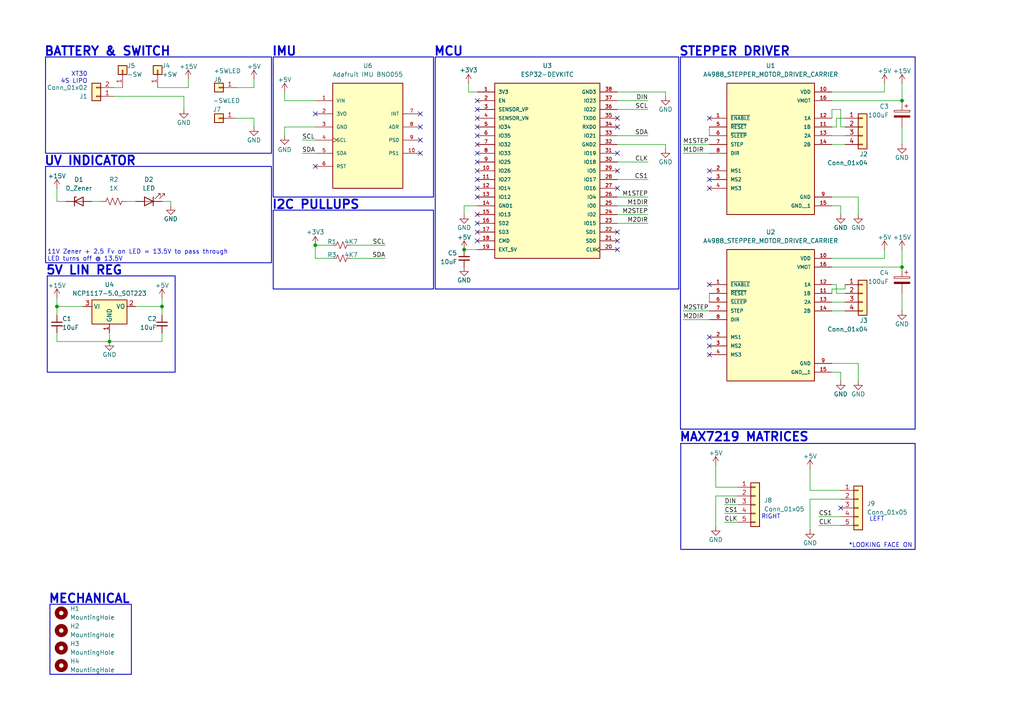
<source format=kicad_sch>
(kicad_sch (version 20231120) (generator "eeschema") (generator_version "8.0")
  (paper "A4")
  (title_block (title "SBR2") (date "2024-09-15") (rev "2.1") (company "Robonyx") (comment 1 "H.M.PHAN"))
  (lib_symbols
    (symbol "A4988_STEPPER_MOTOR_DRIVER_CARRIER:A4988_STEPPER_MOTOR_DRIVER_CARRIER" (pin_names (offset 1.016))
      (property "Reference" "U" (at -12.7 19.05 0))
      (property "Value" "A4988_STEPPER_MOTOR_DRIVER_CARRIER" (at -12.7 -24.13 0))
      (symbol "A4988_STEPPER_MOTOR_DRIVER_CARRIER_0_0"
        (rectangle (start -12.7 -20.32) (end 12.7 17.78) (stroke (width 0.254)) (fill (type background)))
        (pin input line (at -17.78 7.62 0) (length 5.08) (name "~{ENABLE}") (number "1"))
        (pin power_in line (at 17.78 15.24 180) (length 5.08) (name "VDD") (number "10"))
        (pin output line (at 17.78 5.08 180) (length 5.08) (name "1B") (number "11"))
        (pin output line (at 17.78 7.62 180) (length 5.08) (name "1A") (number "12"))
        (pin output line (at 17.78 2.54 180) (length 5.08) (name "2A") (number "13"))
        (pin output line (at 17.78 0 180) (length 5.08) (name "2B") (number "14"))
        (pin power_in line (at 17.78 -17.78 180) (length 5.08) (name "GND__1") (number "15"))
        (pin power_in line (at 17.78 12.7 180) (length 5.08) (name "VMOT") (number "16"))
        (pin input line (at -17.78 -7.62 0) (length 5.08) (name "MS1") (number "2"))
        (pin input line (at -17.78 -10.16 0) (length 5.08) (name "MS2") (number "3"))
        (pin input line (at -17.78 -12.7 0) (length 5.08) (name "MS3") (number "4"))
        (pin input line (at -17.78 5.08 0) (length 5.08) (name "~{RESET}") (number "5"))
        (pin input line (at -17.78 2.54 0) (length 5.08) (name "~{SLEEP}") (number "6"))
        (pin input line (at -17.78 0 0) (length 5.08) (name "STEP") (number "7"))
        (pin input line (at -17.78 -2.54 0) (length 5.08) (name "DIR") (number "8"))
        (pin power_in line (at 17.78 -15.24 180) (length 5.08) (name "GND") (number "9"))
      )
    )
    (symbol "Adafruit IMU BNO055:Adafruit IMU BNO055" (pin_names (offset 1.016))
      (property "Reference" "U" (at -10.16 14.732 0))
      (property "Value" "Adafruit IMU BNO055" (at -10.16 -19.05 0))
      (symbol "Adafruit IMU BNO055_0_0"
        (rectangle (start -10.16 13.97) (end 10.16 -16.51) (stroke (width 0.254)) (fill (type background)))
      )
      (symbol "Adafruit IMU BNO055_1_0"
        (pin input line (at -15.24 8.89 0) (length 5.08) (name "VIN") (number "1"))
        (pin bidirectional line (at 15.24 -6.35 180) (length 5.08) (name "PS1") (number "10"))
        (pin output line (at -15.24 5.08 0) (length 5.08) (name "3VO") (number "2"))
        (pin power_in line (at -15.24 1.27 0) (length 5.08) (name "GND") (number "3"))
        (pin bidirectional clock (at -15.24 -2.54 0) (length 5.08) (name "SCL") (number "4"))
        (pin bidirectional line (at -15.24 -6.35 0) (length 5.08) (name "SDA") (number "5"))
        (pin input line (at -15.24 -10.16 0) (length 5.08) (name "RST") (number "6"))
        (pin output line (at 15.24 5.08 180) (length 5.08) (name "INT") (number "7"))
        (pin bidirectional line (at 15.24 1.27 180) (length 5.08) (name "ADR") (number "8"))
        (pin output line (at 15.24 -2.54 180) (length 5.08) (name "PS0") (number "9"))
      )
    )
    (symbol "Connector_Generic:Conn_01x02" (pin_names (offset 1.016) hide)
      (property "Reference" "J" (at 0 2.54 0))
      (property "Value" "Conn_01x02" (at 0 -5.08 0))
      (symbol "Conn_01x02_1_1"
        (rectangle (start -1.27 -2.413) (end 0 -2.667) (stroke (width 0.1524)))
        (rectangle (start -1.27 0.127) (end 0 -0.127) (stroke (width 0.1524)))
        (rectangle (start -1.27 1.27) (end 1.27 -3.81) (stroke (width 0.254)) (fill (type background)))
        (pin passive line (at -5.08 0 0) (length 3.81) (name "Pin_1") (number "1"))
        (pin passive line (at -5.08 -2.54 0) (length 3.81) (name "Pin_2") (number "2"))
      )
    )
    (symbol "Connector_Generic:Conn_01x04" (pin_names (offset 1.016) hide)
      (property "Reference" "J" (at 0 5.08 0))
      (property "Value" "Conn_01x04" (at 0 -7.62 0))
      (symbol "Conn_01x04_1_1"
        (rectangle (start -1.27 -4.953) (end 0 -5.207) (stroke (width 0.1524)))
        (rectangle (start -1.27 -2.413) (end 0 -2.667) (stroke (width 0.1524)))
        (rectangle (start -1.27 0.127) (end 0 -0.127) (stroke (width 0.1524)))
        (rectangle (start -1.27 2.667) (end 0 2.413) (stroke (width 0.1524)))
        (rectangle (start -1.27 3.81) (end 1.27 -6.35) (stroke (width 0.254)) (fill (type background)))
        (pin passive line (at -5.08 2.54 0) (length 3.81) (name "Pin_1") (number "1"))
        (pin passive line (at -5.08 0 0) (length 3.81) (name "Pin_2") (number "2"))
        (pin passive line (at -5.08 -2.54 0) (length 3.81) (name "Pin_3") (number "3"))
        (pin passive line (at -5.08 -5.08 0) (length 3.81) (name "Pin_4") (number "4"))
      )
    )
    (symbol "Connector_Generic:Conn_01x05" (pin_names (offset 1.016) hide)
      (property "Reference" "J" (at 0 7.62 0))
      (property "Value" "Conn_01x05" (at 0 -7.62 0))
      (symbol "Conn_01x05_1_1"
        (rectangle (start -1.27 -4.953) (end 0 -5.207) (stroke (width 0.1524)))
        (rectangle (start -1.27 -2.413) (end 0 -2.667) (stroke (width 0.1524)))
        (rectangle (start -1.27 0.127) (end 0 -0.127) (stroke (width 0.1524)))
        (rectangle (start -1.27 2.667) (end 0 2.413) (stroke (width 0.1524)))
        (rectangle (start -1.27 5.207) (end 0 4.953) (stroke (width 0.1524)))
        (rectangle (start -1.27 6.35) (end 1.27 -6.35) (stroke (width 0.254)) (fill (type background)))
        (pin passive line (at -5.08 5.08 0) (length 3.81) (name "Pin_1") (number "1"))
        (pin passive line (at -5.08 2.54 0) (length 3.81) (name "Pin_2") (number "2"))
        (pin passive line (at -5.08 0 0) (length 3.81) (name "Pin_3") (number "3"))
        (pin passive line (at -5.08 -2.54 0) (length 3.81) (name "Pin_4") (number "4"))
        (pin passive line (at -5.08 -5.08 0) (length 3.81) (name "Pin_5") (number "5"))
      )
    )
    (symbol "Device:C_Polarized" (pin_numbers hide) (pin_names (offset 0.254))
      (property "Reference" "C" (at 0.635 2.54 0))
      (property "Value" "C_Polarized" (at 0.635 -2.54 0))
      (symbol "C_Polarized_0_1"
        (rectangle (start -2.286 0.508) (end 2.286 1.016))
        (polyline (pts (xy -1.778 2.286) (xy -0.762 2.286)))
        (polyline (pts (xy -1.27 2.794) (xy -1.27 1.778)))
        (rectangle (start 2.286 -0.508) (end -2.286 -1.016) (fill (type outline)))
      )
      (symbol "C_Polarized_1_1"
        (pin passive line (at 0 3.81 270) (length 2.794) (name "~") (number "1"))
        (pin passive line (at 0 -3.81 90) (length 2.794) (name "~") (number "2"))
      )
    )
    (symbol "Device:C_Small" (pin_numbers hide) (pin_names (offset 0.254) hide)
      (property "Reference" "C" (at 0.254 1.778 0))
      (property "Value" "C_Small" (at 0.254 -2.032 0))
      (symbol "C_Small_0_1"
        (polyline (pts (xy -1.524 -0.508) (xy 1.524 -0.508)) (stroke (width 0.3302)))
        (polyline (pts (xy -1.524 0.508) (xy 1.524 0.508)) (stroke (width 0.3048)))
      )
      (symbol "C_Small_1_1"
        (pin passive line (at 0 2.54 270) (length 2.032) (name "~") (number "1"))
        (pin passive line (at 0 -2.54 90) (length 2.032) (name "~") (number "2"))
      )
    )
    (symbol "Device:D_Zener" (pin_numbers hide) (pin_names (offset 1.016) hide)
      (property "Reference" "D" (at 0 2.54 0))
      (property "Value" "D_Zener" (at 0 -2.54 0))
      (symbol "D_Zener_0_1"
        (polyline (pts (xy 1.27 0) (xy -1.27 0)))
        (polyline (pts (xy -1.27 -1.27) (xy -1.27 1.27) (xy -0.762 1.27)) (stroke (width 0.254)))
        (polyline (pts (xy 1.27 -1.27) (xy 1.27 1.27) (xy -1.27 0) (xy 1.27 -1.27)) (stroke (width 0.254)))
      )
      (symbol "D_Zener_1_1"
        (pin passive line (at -3.81 0 0) (length 2.54) (name "K") (number "1"))
        (pin passive line (at 3.81 0 180) (length 2.54) (name "A") (number "2"))
      )
    )
    (symbol "Device:LED" (pin_numbers hide) (pin_names (offset 1.016) hide)
      (property "Reference" "D" (at 0 2.54 0))
      (property "Value" "LED" (at 0 -2.54 0))
      (symbol "LED_0_1"
        (polyline (pts (xy -1.27 -1.27) (xy -1.27 1.27)) (stroke (width 0.254)))
        (polyline (pts (xy -1.27 0) (xy 1.27 0)))
        (polyline (pts (xy 1.27 -1.27) (xy 1.27 1.27) (xy -1.27 0) (xy 1.27 -1.27)) (stroke (width 0.254)))
        (polyline (pts (xy -3.048 -0.762) (xy -4.572 -2.286) (xy -3.81 -2.286) (xy -4.572 -2.286) (xy -4.572 -1.524)))
        (polyline (pts (xy -1.778 -0.762) (xy -3.302 -2.286) (xy -2.54 -2.286) (xy -3.302 -2.286) (xy -3.302 -1.524)))
      )
      (symbol "LED_1_1"
        (pin passive line (at -3.81 0 0) (length 2.54) (name "K") (number "1"))
        (pin passive line (at 3.81 0 180) (length 2.54) (name "A") (number "2"))
      )
    )
    (symbol "Device:R_Small_US" (pin_numbers hide) (pin_names (offset 0.254) hide)
      (property "Reference" "R" (at 0.762 0.508 0))
      (property "Value" "R_Small_US" (at 0.762 -1.016 0))
      (symbol "R_Small_US_1_1"
        (polyline (pts (xy 0 0) (xy 1.016 -0.381) (xy 0 -0.762) (xy -1.016 -1.143) (xy 0 -1.524)))
        (polyline (pts (xy 0 1.524) (xy 1.016 1.143) (xy 0 0.762) (xy -1.016 0.381) (xy 0 0)))
        (pin passive line (at 0 2.54 270) (length 1.016) (name "~") (number "1"))
        (pin passive line (at 0 -2.54 90) (length 1.016) (name "~") (number "2"))
      )
    )
    (symbol "Device:R_US" (pin_numbers hide) (pin_names (offset 0))
      (property "Reference" "R" (at 2.54 0 90))
      (property "Value" "R_US" (at -2.54 0 90))
      (symbol "R_US_0_1"
        (polyline (pts (xy 0 -2.286) (xy 0 -2.54)))
        (polyline (pts (xy 0 2.286) (xy 0 2.54)))
        (polyline (pts (xy 0 -0.762) (xy 1.016 -1.143) (xy 0 -1.524) (xy -1.016 -1.905) (xy 0 -2.286)))
        (polyline (pts (xy 0 0.762) (xy 1.016 0.381) (xy 0 0) (xy -1.016 -0.381) (xy 0 -0.762)))
        (polyline (pts (xy 0 2.286) (xy 1.016 1.905) (xy 0 1.524) (xy -1.016 1.143) (xy 0 0.762)))
      )
      (symbol "R_US_1_1"
        (pin passive line (at 0 3.81 270) (length 1.27) (name "~") (number "1"))
        (pin passive line (at 0 -3.81 90) (length 1.27) (name "~") (number "2"))
      )
    )
    (symbol "ESP32-DEVKITC:ESP32-DEVKITC" (pin_names (offset 1.016))
      (property "Reference" "U" (at -15.2572 26.0643 0))
      (property "Value" "ESP32-DEVKITC" (at -15.2563 -27.9698 0))
      (symbol "ESP32-DEVKITC_0_0"
        (rectangle (start -15.24 -25.4) (end 15.24 25.4) (stroke (width 0.254)) (fill (type background)))
        (pin power_in line (at -20.32 22.86 0) (length 5.08) (name "3V3") (number "1"))
        (pin bidirectional line (at -20.32 0 0) (length 5.08) (name "IO26") (number "10"))
        (pin bidirectional line (at -20.32 -2.54 0) (length 5.08) (name "IO27") (number "11"))
        (pin bidirectional line (at -20.32 -5.08 0) (length 5.08) (name "IO14") (number "12"))
        (pin bidirectional line (at -20.32 -7.62 0) (length 5.08) (name "IO12") (number "13"))
        (pin power_in line (at -20.32 -10.16 0) (length 5.08) (name "GND1") (number "14"))
        (pin bidirectional line (at -20.32 -12.7 0) (length 5.08) (name "IO13") (number "15"))
        (pin bidirectional line (at -20.32 -15.24 0) (length 5.08) (name "SD2") (number "16"))
        (pin bidirectional line (at -20.32 -17.78 0) (length 5.08) (name "SD3") (number "17"))
        (pin bidirectional line (at -20.32 -20.32 0) (length 5.08) (name "CMD") (number "18"))
        (pin power_in line (at -20.32 -22.86 0) (length 5.08) (name "EXT_5V") (number "19"))
        (pin input line (at -20.32 20.32 0) (length 5.08) (name "EN") (number "2"))
        (pin input clock (at 20.32 -22.86 180) (length 5.08) (name "CLK") (number "20"))
        (pin bidirectional line (at 20.32 -20.32 180) (length 5.08) (name "SD0") (number "21"))
        (pin bidirectional line (at 20.32 -17.78 180) (length 5.08) (name "SD1") (number "22"))
        (pin bidirectional line (at 20.32 -15.24 180) (length 5.08) (name "IO15") (number "23"))
        (pin bidirectional line (at 20.32 -12.7 180) (length 5.08) (name "IO2") (number "24"))
        (pin bidirectional line (at 20.32 -10.16 180) (length 5.08) (name "IO0") (number "25"))
        (pin bidirectional line (at 20.32 -7.62 180) (length 5.08) (name "IO4") (number "26"))
        (pin bidirectional line (at 20.32 -5.08 180) (length 5.08) (name "IO16") (number "27"))
        (pin bidirectional line (at 20.32 -2.54 180) (length 5.08) (name "IO17") (number "28"))
        (pin bidirectional line (at 20.32 0 180) (length 5.08) (name "IO5") (number "29"))
        (pin input line (at -20.32 17.78 0) (length 5.08) (name "SENSOR_VP") (number "3"))
        (pin bidirectional line (at 20.32 2.54 180) (length 5.08) (name "IO18") (number "30"))
        (pin bidirectional line (at 20.32 5.08 180) (length 5.08) (name "IO19") (number "31"))
        (pin power_in line (at 20.32 7.62 180) (length 5.08) (name "GND2") (number "32"))
        (pin bidirectional line (at 20.32 10.16 180) (length 5.08) (name "IO21") (number "33"))
        (pin input line (at 20.32 12.7 180) (length 5.08) (name "RXD0") (number "34"))
        (pin output line (at 20.32 15.24 180) (length 5.08) (name "TXD0") (number "35"))
        (pin bidirectional line (at 20.32 17.78 180) (length 5.08) (name "IO22") (number "36"))
        (pin bidirectional line (at 20.32 20.32 180) (length 5.08) (name "IO23") (number "37"))
        (pin power_in line (at 20.32 22.86 180) (length 5.08) (name "GND3") (number "38"))
        (pin input line (at -20.32 15.24 0) (length 5.08) (name "SENSOR_VN") (number "4"))
        (pin bidirectional line (at -20.32 12.7 0) (length 5.08) (name "IO34") (number "5"))
        (pin bidirectional line (at -20.32 10.16 0) (length 5.08) (name "IO35") (number "6"))
        (pin bidirectional line (at -20.32 7.62 0) (length 5.08) (name "IO32") (number "7"))
        (pin bidirectional line (at -20.32 5.08 0) (length 5.08) (name "IO33") (number "8"))
        (pin bidirectional line (at -20.32 2.54 0) (length 5.08) (name "IO25") (number "9"))
      )
    )
    (symbol "Mechanical:MountingHole" (pin_names (offset 1.016)) (exclude_from_sim yes) (in_bom no)
      (property "Reference" "H" (at 0 5.08 0))
      (property "Value" "MountingHole" (at 0 3.175 0))
      (symbol "MountingHole_0_1"
        (circle (center 0 0) (radius 1.27) (stroke (width 1.27)))
      )
    )
    (symbol "Regulator_Linear:NCP1117-5.0_SOT223"
      (property "Reference" "U" (at -3.81 3.175 0))
      (property "Value" "NCP1117-5.0_SOT223" (at 0 3.175 0))
      (symbol "NCP1117-5.0_SOT223_0_1"
        (rectangle (start -5.08 -5.08) (end 5.08 1.905) (stroke (width 0.254)) (fill (type background)))
      )
      (symbol "NCP1117-5.0_SOT223_1_1"
        (pin power_in line (at 0 -7.62 90) (length 2.54) (name "GND") (number "1"))
        (pin power_out line (at 7.62 0 180) (length 2.54) (name "VO") (number "2"))
        (pin power_in line (at -7.62 0 0) (length 2.54) (name "VI") (number "3"))
      )
    )
    (symbol "SparkFun-Connector:Conn_01x01" (pin_names (offset 1.016) hide)
      (property "Reference" "J" (at 0 2.54 0))
      (property "Value" "Conn_01x01" (at 0 -2.54 0))
      (symbol "Conn_01x01_1_1"
        (rectangle (start -1.27 0.127) (end 0 -0.127) (stroke (width 0.1524)))
        (rectangle (start -1.27 1.27) (end 1.27 -1.27) (stroke (width 0.254)) (fill (type background)))
        (pin passive line (at -5.08 0 0) (length 3.81) (name "Pin_1") (number "1"))
      )
    )
    (symbol "power:+15V" (power) (pin_numbers hide) (pin_names (offset 0) hide)
      (property "Value" "+15V" (at 0 3.556 0))
      (symbol "+15V_0_1"
        (polyline (pts (xy -0.762 1.27) (xy 0 2.54)))
        (polyline (pts (xy 0 0) (xy 0 2.54)))
        (polyline (pts (xy 0 2.54) (xy 0.762 1.27)))
      )
      (symbol "+15V_1_1"
        (pin power_in line (at 0 0 90) (length 0) (name "~") (number "1"))
      )
    )
    (symbol "power:+3V3" (power) (pin_numbers hide) (pin_names (offset 0) hide)
      (property "Value" "+3V3" (at 0 3.556 0))
      (symbol "+3V3_0_1"
        (polyline (pts (xy -0.762 1.27) (xy 0 2.54)))
        (polyline (pts (xy 0 0) (xy 0 2.54)))
        (polyline (pts (xy 0 2.54) (xy 0.762 1.27)))
      )
      (symbol "+3V3_1_1"
        (pin power_in line (at 0 0 90) (length 0) (name "~") (number "1"))
      )
    )
    (symbol "power:+5V" (power) (pin_numbers hide) (pin_names (offset 0) hide)
      (property "Value" "+5V" (at 0 3.556 0))
      (symbol "+5V_0_1"
        (polyline (pts (xy -0.762 1.27) (xy 0 2.54)))
        (polyline (pts (xy 0 0) (xy 0 2.54)))
        (polyline (pts (xy 0 2.54) (xy 0.762 1.27)))
      )
      (symbol "+5V_1_1"
        (pin power_in line (at 0 0 90) (length 0) (name "~") (number "1"))
      )
    )
    (symbol "power:GND" (power) (pin_numbers hide) (pin_names (offset 0) hide)
      (property "Value" "GND" (at 0 -3.81 0))
      (symbol "GND_0_1"
        (polyline (pts (xy 0 0) (xy 0 -1.27) (xy 1.27 -1.27) (xy 0 -2.54) (xy -1.27 -1.27) (xy 0 -1.27)))
      )
      (symbol "GND_1_1"
        (pin power_in line (at 0 0 270) (length 0) (name "~") (number "1"))
      )
    )
  )
  (junction (at 261.62 77.47))
  (junction (at 16.51 88.9))
  (junction (at 134.62 72.39))
  (junction (at 31.75 99.06))
  (junction (at 91.44 71.12))
  (junction (at 46.99 88.9))
  (junction (at 261.62 29.21))
  (no_connect (at 138.43 57.15))
  (no_connect (at 179.07 54.61))
  (no_connect (at 138.43 49.53))
  (no_connect (at 243.84 147.32))
  (no_connect (at 138.43 67.31))
  (no_connect (at 138.43 54.61))
  (no_connect (at 179.07 44.45))
  (no_connect (at 205.74 100.33))
  (no_connect (at 121.92 36.83))
  (no_connect (at 179.07 34.29))
  (no_connect (at 179.07 72.39))
  (no_connect (at 138.43 29.21))
  (no_connect (at 138.43 34.29))
  (no_connect (at 138.43 64.77))
  (no_connect (at 179.07 67.31))
  (no_connect (at 138.43 69.85))
  (no_connect (at 121.92 40.64))
  (no_connect (at 138.43 39.37))
  (no_connect (at 138.43 52.07))
  (no_connect (at 179.07 49.53))
  (no_connect (at 205.74 34.29))
  (no_connect (at 179.07 69.85))
  (no_connect (at 138.43 46.99))
  (no_connect (at 91.44 48.26))
  (no_connect (at 205.74 82.55))
  (no_connect (at 138.43 41.91))
  (no_connect (at 91.44 33.02))
  (no_connect (at 138.43 44.45))
  (no_connect (at 138.43 62.23))
  (no_connect (at 205.74 97.79))
  (no_connect (at 121.92 33.02))
  (no_connect (at 138.43 36.83))
  (no_connect (at 205.74 52.07))
  (no_connect (at 179.07 36.83))
  (no_connect (at 138.43 31.75))
  (no_connect (at 205.74 54.61))
  (no_connect (at 205.74 102.87))
  (no_connect (at 121.92 44.45))
  (no_connect (at 205.74 49.53))
  (wire (pts (xy 241.3 85.09) (xy 241.3 83.82)))
  (wire (pts (xy 245.11 83.82) (xy 245.11 82.55)))
  (wire (pts (xy 16.51 99.06) (xy 31.75 99.06)))
  (wire (pts (xy 73.66 34.29) (xy 73.66 36.83)))
  (wire (pts (xy 68.58 34.29) (xy 73.66 34.29)))
  (wire (pts (xy 33.02 27.94) (xy 53.34 27.94)))
  (wire (pts (xy 241.3 77.47) (xy 261.62 77.47)))
  (wire (pts (xy 242.57 34.29) (xy 242.57 36.83)))
  (wire (pts (xy 243.84 59.69) (xy 243.84 62.23)))
  (wire (pts (xy 187.96 52.07) (xy 179.07 52.07)))
  (wire (pts (xy 210.1418 148.929) (xy 213.9518 148.929)))
  (wire (pts (xy 187.96 29.21) (xy 179.07 29.21)))
  (wire (pts (xy 241.3 29.21) (xy 261.62 29.21)))
  (wire (pts (xy 187.96 39.37) (xy 179.07 39.37)))
  (wire (pts (xy 242.57 36.83) (xy 241.3 36.83)))
  (wire (pts (xy 241.3 31.75) (xy 243.84 31.75)))
  (wire (pts (xy 187.96 46.99) (xy 179.07 46.99)))
  (wire (pts (xy 101.6 71.12) (xy 111.76 71.12)))
  (wire (pts (xy 241.3 107.95) (xy 243.84 107.95)))
  (wire (pts (xy 205.74 85.09) (xy 205.74 87.63)))
  (wire (pts (xy 193.04 26.67) (xy 193.04 27.94)))
  (wire (pts (xy 256.54 74.93) (xy 256.54 72.39)))
  (wire (pts (xy 82.55 36.83) (xy 82.55 39.37)))
  (wire (pts (xy 198.12 44.45) (xy 205.74 44.45)))
  (wire (pts (xy 179.07 26.67) (xy 193.04 26.67)))
  (wire (pts (xy 256.54 26.67) (xy 256.54 24.13)))
  (wire (pts (xy 87.63 40.64) (xy 91.44 40.64)))
  (wire (pts (xy 241.3 34.29) (xy 241.3 31.75)))
  (wire (pts (xy 243.84 107.95) (xy 243.84 110.49)))
  (wire (pts (xy 241.3 83.82) (xy 245.11 83.82)))
  (wire (pts (xy 245.11 85.09) (xy 242.57 85.09)))
  (wire (pts (xy 16.51 54.61) (xy 16.51 58.42)))
  (wire (pts (xy 245.11 34.29) (xy 242.57 34.29)))
  (wire (pts (xy 49.53 58.42) (xy 49.53 59.69)))
  (wire (pts (xy 213.9518 141.309) (xy 207.6018 141.309)))
  (wire (pts (xy 179.07 41.91) (xy 193.04 41.91)))
  (wire (pts (xy 31.75 99.06) (xy 46.99 99.06)))
  (wire (pts (xy 31.75 99.06) (xy 31.75 96.52)))
  (wire (pts (xy 241.3 74.93) (xy 256.54 74.93)))
  (wire (pts (xy 82.55 26.67) (xy 82.55 29.21)))
  (wire (pts (xy 205.74 36.83) (xy 205.74 39.37)))
  (wire (pts (xy 210.1418 151.469) (xy 213.9518 151.469)))
  (wire (pts (xy 207.6018 143.849) (xy 207.6018 152.739)))
  (wire (pts (xy 138.43 59.69) (xy 134.62 59.69)))
  (wire (pts (xy 16.51 58.42) (xy 19.05 58.42)))
  (wire (pts (xy 101.6 74.93) (xy 111.76 74.93)))
  (wire (pts (xy 134.62 59.69) (xy 134.62 62.23)))
  (wire (pts (xy 73.66 22.86) (xy 73.66 25.4)))
  (wire (pts (xy 33.02 25.4) (xy 35.56 25.4)))
  (wire (pts (xy 187.96 31.75) (xy 179.07 31.75)))
  (wire (pts (xy 237.49 152.4) (xy 243.84 152.4)))
  (wire (pts (xy 198.12 41.91) (xy 205.74 41.91)))
  (wire (pts (xy 245.11 90.17) (xy 241.3 90.17)))
  (wire (pts (xy 241.3 105.41) (xy 248.92 105.41)))
  (wire (pts (xy 46.99 86.36) (xy 46.99 88.9)))
  (wire (pts (xy 16.51 86.36) (xy 16.51 88.9)))
  (wire (pts (xy 87.63 44.45) (xy 91.44 44.45)))
  (wire (pts (xy 179.07 57.15) (xy 187.96 57.15)))
  (wire (pts (xy 179.07 59.69) (xy 187.96 59.69)))
  (wire (pts (xy 245.11 39.37) (xy 241.3 39.37)))
  (wire (pts (xy 243.84 31.75) (xy 243.84 36.83)))
  (wire (pts (xy 237.49 149.86) (xy 243.84 149.86)))
  (wire (pts (xy 242.57 85.09) (xy 242.57 82.55)))
  (wire (pts (xy 248.92 105.41) (xy 248.92 110.49)))
  (wire (pts (xy 134.62 72.39) (xy 138.43 72.39)))
  (wire (pts (xy 16.51 91.44) (xy 16.51 88.9)))
  (wire (pts (xy 91.44 74.93) (xy 96.52 74.93)))
  (wire (pts (xy 179.07 64.77) (xy 187.96 64.77)))
  (wire (pts (xy 261.62 90.17) (xy 261.62 85.09)))
  (wire (pts (xy 234.95 135.89) (xy 234.95 142.24)))
  (wire (pts (xy 82.55 29.21) (xy 91.44 29.21)))
  (wire (pts (xy 135.89 24.13) (xy 135.89 26.67)))
  (wire (pts (xy 16.51 88.9) (xy 24.13 88.9)))
  (wire (pts (xy 241.3 59.69) (xy 243.84 59.69)))
  (wire (pts (xy 207.6018 134.959) (xy 207.6018 141.309)))
  (wire (pts (xy 91.44 36.83) (xy 82.55 36.83)))
  (wire (pts (xy 29.21 58.42) (xy 26.67 58.42)))
  (wire (pts (xy 234.95 144.78) (xy 243.84 144.78)))
  (wire (pts (xy 234.95 142.24) (xy 243.84 142.24)))
  (wire (pts (xy 210.1418 146.389) (xy 213.9518 146.389)))
  (wire (pts (xy 245.11 41.91) (xy 241.3 41.91)))
  (wire (pts (xy 36.83 58.42) (xy 39.37 58.42)))
  (wire (pts (xy 261.62 41.91) (xy 261.62 36.83)))
  (wire (pts (xy 261.62 72.39) (xy 261.62 77.47)))
  (wire (pts (xy 91.44 71.12) (xy 91.44 74.93)))
  (wire (pts (xy 234.95 144.78) (xy 234.95 153.67)))
  (wire (pts (xy 91.44 71.12) (xy 96.52 71.12)))
  (wire (pts (xy 248.92 57.15) (xy 248.92 62.23)))
  (wire (pts (xy 45.72 25.4) (xy 54.61 25.4)))
  (wire (pts (xy 16.51 99.06) (xy 16.51 96.52)))
  (wire (pts (xy 53.34 27.94) (xy 53.34 31.75)))
  (wire (pts (xy 245.11 87.63) (xy 241.3 87.63)))
  (wire (pts (xy 198.12 90.17) (xy 205.74 90.17)))
  (wire (pts (xy 242.57 82.55) (xy 241.3 82.55)))
  (wire (pts (xy 54.61 22.86) (xy 54.61 25.4)))
  (wire (pts (xy 46.99 99.06) (xy 46.99 96.52)))
  (wire (pts (xy 213.9518 143.849) (xy 207.6018 143.849)))
  (wire (pts (xy 243.84 36.83) (xy 245.11 36.83)))
  (wire (pts (xy 179.07 62.23) (xy 187.96 62.23)))
  (wire (pts (xy 68.58 25.4) (xy 73.66 25.4)))
  (wire (pts (xy 241.3 57.15) (xy 248.92 57.15)))
  (wire (pts (xy 135.89 26.67) (xy 138.43 26.67)))
  (wire (pts (xy 39.37 88.9) (xy 46.99 88.9)))
  (wire (pts (xy 46.99 91.44) (xy 46.99 88.9)))
  (wire (pts (xy 241.3 26.67) (xy 256.54 26.67)))
  (wire (pts (xy 193.04 41.91) (xy 193.04 43.18)))
  (wire (pts (xy 261.62 24.13) (xy 261.62 29.21)))
  (wire (pts (xy 198.12 92.71) (xy 205.74 92.71)))
  (wire (pts (xy 46.99 58.42) (xy 49.53 58.42)))
  (rectangle (start 197.4418 128.609) (end 265.43 159.343) (stroke (width 0.254)))
  (rectangle (start 13.208 16.51) (end 78.74 44.45) (stroke (width 0.254)))
  (rectangle (start 13.716 80.01) (end 50.8 107.95) (stroke (width 0.254)))
  (rectangle (start 79.248 60.96) (end 125.73 83.82) (stroke (width 0.254)))
  (rectangle (start 126.238 16.51) (end 196.85 83.82) (stroke (width 0.254)))
  (rectangle (start 14.478 175.26) (end 38.1 195.58) (stroke (width 0.254)))
  (rectangle (start 79.248 16.51) (end 125.73 57.15) (stroke (width 0.254)))
  (rectangle (start 13.208 48.26) (end 78.74 76.2) (stroke (width 0.254)))
  (rectangle (start 197.358 16.51) (end 265.43 124.46) (stroke (width 0.254)))
  (text "MECHANICAL" (at 13.97 175.26 0) (effects (font (size 2.54 2.54) (thickness 0.508) (bold yes)) (justify left bottom)))
  (text "LEFT" (at 256.54 150.622 0) (effects (font (size 1.27 1.27)) (justify right)))
  (text "MAX7219 MATRICES" (at 196.9338 128.355 0) (effects (font (size 2.54 2.54) (thickness 0.508) (bold yes)) (justify left bottom)))
  (text "BATTERY & SWITCH" (at 12.7 16.51 0) (effects (font (size 2.54 2.54) (thickness 0.508) (bold yes)) (justify left bottom)))
  (text "5V LIN REG" (at 13.208 80.01 0) (effects (font (size 2.54 2.54) (thickness 0.508) (bold yes)) (justify left bottom)))
  (text "UV INDICATOR" (at 12.7 48.26 0) (effects (font (size 2.54 2.54) (thickness 0.508) (bold yes)) (justify left bottom)))
  (text "RIGHT" (at 226.3978 149.945 0) (effects (font (size 1.27 1.27)) (justify right)))
  (text "I2C PULLUPS" (at 78.74 60.96 0) (effects (font (size 2.54 2.54) (thickness 0.508) (bold yes)) (justify left bottom)))
  (text "*LOOKING FACE ON" (at 264.668 158.242 0) (effects (font (size 1.27 1.27)) (justify right)))
  (text "MCU" (at 125.73 16.51 0) (effects (font (size 2.54 2.54) (thickness 0.508) (bold yes)) (justify left bottom)))
  (text "11V Zener + 2.5 Fv on LED = 13.5V to pass through\nLED turns off @ 13.5V" (at 13.716 74.168 0) (effects (font (size 1.27 1.27)) (justify left)))
  (text "IMU" (at 78.74 16.51 0) (effects (font (size 2.54 2.54) (thickness 0.508) (bold yes)) (justify left bottom)))
  (text "XT30\n4S LIPO" (at 25.4 22.606 0) (effects (font (size 1.27 1.27)) (justify right)))
  (text "STEPPER DRIVER" (at 196.85 16.51 0) (effects (font (size 2.54 2.54) (thickness 0.508) (bold yes)) (justify left bottom)))
  (label "SDA" (at 87.63 44.45 0))
  (label "CLK" (at 237.49 152.4 0))
  (label "DIN" (at 187.96 29.21 180))
  (label "SCL" (at 111.76 71.12 180))
  (label "M2DIR" (at 198.12 92.71 0))
  (label "M2STEP" (at 198.12 90.17 0))
  (label "SDA" (at 111.76 74.93 180))
  (label "CS1" (at 237.49 149.86 0))
  (label "M1STEP" (at 187.96 57.15 180))
  (label "SCL" (at 87.63 40.64 0))
  (label "M1DIR" (at 198.12 44.45 0))
  (label "M2DIR" (at 187.96 64.77 180))
  (label "M1STEP" (at 198.12 41.91 0))
  (label "CS1" (at 210.1418 148.929 0))
  (label "CLK" (at 187.96 46.99 180))
  (label "M2STEP" (at 187.96 62.23 180))
  (label "CS1" (at 187.96 52.07 180))
  (label "M1DIR" (at 187.96 59.69 180))
  (label "SDA" (at 187.96 39.37 180))
  (label "SCL" (at 187.96 31.75 180))
  (label "CLK" (at 210.1418 151.469 0))
  (label "DIN" (at 210.1418 146.389 0))
  (symbol (lib_id "power:+3V3") (at 135.89 24.13 0) (unit 1)
    (property "Reference" "#PWR031" (effects (hide yes)))
    (property "Value" "+3V3" (at 135.89 20.32 0))
    (property "Description" "Power symbol creates a global label with name \"+3V3\"" (effects (hide yes)))
  )
  (symbol (lib_id "SparkFun-Connector:Conn_01x01") (at 63.5 34.29 180) (unit 1)
    (property "Reference" "J7" (at 61.722 31.75 0) (effects (justify right)))
    (property "Value" "-SWLED" (at 61.722 29.21 0) (effects (justify right)))
    (property "Footprint" "SparkFun-Connector:1x01" (effects (hide yes)))
    (property "Description" "Generic connector, single row, 01x01, script generated (kicad-library-utils/schlib/autogen/connector/)" (effects (hide yes)))
  )
  (symbol (lib_id "power:+5V") (at 82.55 26.67 0) (unit 1)
    (property "Reference" "#PWR022" (effects (hide yes)))
    (property "Value" "+5V" (at 82.55 23.114 0))
    (property "Description" "Power symbol creates a global label with name \"+5V\"" (effects (hide yes)))
  )
  (symbol (lib_id "power:+5V") (at 73.66 22.86 0) (unit 1)
    (property "Reference" "#PWR027" (effects (hide yes)))
    (property "Value" "+5V" (at 73.66 19.304 0))
    (property "Description" "Power symbol creates a global label with name \"+5V\"" (effects (hide yes)))
  )
  (symbol (lib_id "power:+5V") (at 207.6018 134.959 0) (unit 1)
    (property "Reference" "#PWR026" (effects (hide yes)))
    (property "Value" "+5V" (at 207.6018 131.403 0))
    (property "Description" "Power symbol creates a global label with name \"+5V\"" (effects (hide yes)))
  )
  (symbol (lib_id "Mechanical:MountingHole") (at 17.78 177.8 0) (unit 1) (exclude_from_sim yes) (in_bom no)
    (property "Reference" "H1" (at 20.32 176.5299 0) (effects (justify left)))
    (property "Value" "MountingHole" (at 20.32 179.0699 0) (effects (justify left)))
    (property "Footprint" "MountingHole:MountingHole_3.2mm_M3" (effects (hide yes)))
    (property "Description" "Mounting Hole without connection" (effects (hide yes)))
  )
  (symbol (lib_id "power:GND") (at 73.66 36.83 0) (unit 1)
    (property "Reference" "#PWR023" (effects (hide yes)))
    (property "Value" "GND" (at 73.66 40.64 0))
    (property "Description" "Power symbol creates a global label with name \"GND\" , ground" (effects (hide yes)))
  )
  (symbol (lib_id "power:GND") (at 243.84 62.23 0) (unit 1)
    (property "Reference" "#PWR010" (effects (hide yes)))
    (property "Value" "GND" (at 243.84 66.04 0))
    (property "Description" "Power symbol creates a global label with name \"GND\" , ground" (effects (hide yes)))
  )
  (symbol (lib_id "SparkFun-Connector:Conn_01x01") (at 35.56 20.32 90) (unit 1)
    (property "Reference" "J5" (at 36.83 19.05 90) (effects (justify right)))
    (property "Value" "-SW" (at 36.83 21.59 90) (effects (justify right)))
    (property "Footprint" "SparkFun-Connector:1x01" (effects (hide yes)))
    (property "Description" "Generic connector, single row, 01x01, script generated (kicad-library-utils/schlib/autogen/connector/)" (effects (hide yes)))
  )
  (symbol (lib_id "power:GND") (at 31.75 99.06 0) (unit 1)
    (property "Reference" "#PWR05" (effects (hide yes)))
    (property "Value" "GND" (at 31.75 102.87 0))
    (property "Description" "Power symbol creates a global label with name \"GND\" , ground" (effects (hide yes)))
  )
  (symbol (lib_id "Connector_Generic:Conn_01x04") (at 250.19 85.09 0) (unit 1)
    (property "Reference" "J3" (at 251.714 92.964 0) (effects (justify right)))
    (property "Value" "Conn_01x04" (at 251.714 95.504 0) (effects (justify right)))
    (property "Footprint" "Connector_JST:JST_XH_B4B-XH-AM_1x04_P2.50mm_Vertical" (effects (hide yes)))
    (property "Description" "Generic connector, single row, 01x04, script generated (kicad-library-utils/schlib/autogen/connector/)" (effects (hide yes)))
  )
  (symbol (lib_id "power:GND") (at 248.92 110.49 0) (unit 1)
    (property "Reference" "#PWR016" (effects (hide yes)))
    (property "Value" "GND" (at 248.92 114.3 0))
    (property "Description" "Power symbol creates a global label with name \"GND\" , ground" (effects (hide yes)))
  )
  (symbol (lib_id "A4988_STEPPER_MOTOR_DRIVER_CARRIER:A4988_STEPPER_MOTOR_DRIVER_CARRIER") (at 223.52 41.91 0) (unit 1)
    (property "Reference" "U1" (at 223.52 19.05 0))
    (property "Value" "A4988_STEPPER_MOTOR_DRIVER_CARRIER" (at 223.52 21.59 0))
    (property "Footprint" "A4988_STEPPER_MOTOR_DRIVER_CARRIER:MODULE_A4988_STEPPER_MOTOR_DRIVER_CARRIER" (effects (hide yes)))
    (property "MF" "Pololu" (effects (hide yes)))
    (property "DESCRIPTION" "Stepper motor controler; IC: A4988; 1A; Uin mot: 8÷35V" (effects (hide yes)))
    (property "PACKAGE" "None" (effects (hide yes)))
    (property "PRICE" "None" (effects (hide yes)))
    (property "Package" "None" (effects (hide yes)))
    (property "Check_prices" "https://www.snapeda.com/parts/A4988%20STEPPER%20MOTOR%20DRIVER%20CARRIER/Pololu/view-part/?ref=eda" (effects (hide yes)))
    (property "Price" "None" (effects (hide yes)))
    (property "SnapEDA_Link" "https://www.snapeda.com/parts/A4988%20STEPPER%20MOTOR%20DRIVER%20CARRIER/Pololu/view-part/?ref=snap" (effects (hide yes)))
    (property "MP" "A4988 STEPPER MOTOR DRIVER CARRIER" (effects (hide yes)))
    (property "Availability" "Not in stock" (effects (hide yes)))
    (property "AVAILABILITY" "Unavailable" (effects (hide yes)))
    (property "Description_1" "\nStepper Motor Driver\n" (effects (hide yes)))
  )
  (symbol (lib_id "Mechanical:MountingHole") (at 17.78 187.96 0) (unit 1) (exclude_from_sim yes) (in_bom no)
    (property "Reference" "H3" (at 20.32 186.6899 0) (effects (justify left)))
    (property "Value" "MountingHole" (at 20.32 189.2299 0) (effects (justify left)))
    (property "Footprint" "MountingHole:MountingHole_3.2mm_M3" (effects (hide yes)))
    (property "Description" "Mounting Hole without connection" (effects (hide yes)))
  )
  (symbol (lib_id "power:GND") (at 82.55 39.37 0) (unit 1)
    (property "Reference" "#PWR021" (effects (hide yes)))
    (property "Value" "GND" (at 82.55 43.434 0))
    (property "Description" "Power symbol creates a global label with name \"GND\" , ground" (effects (hide yes)))
  )
  (symbol (lib_id "power:GND") (at 53.34 31.75 0) (unit 1)
    (property "Reference" "#PWR03" (effects (hide yes)))
    (property "Value" "GND" (at 53.34 35.56 0))
    (property "Description" "Power symbol creates a global label with name \"GND\" , ground" (effects (hide yes)))
  )
  (symbol (lib_id "power:+15V") (at 261.62 24.13 0) (mirror y) (unit 1)
    (property "Reference" "#PWR013" (effects (hide yes)))
    (property "Value" "+15V" (at 261.62 20.574 0))
    (property "Description" "Power symbol creates a global label with name \"+15V\"" (effects (hide yes)))
  )
  (symbol (lib_id "power:+5V") (at 46.99 86.36 0) (unit 1)
    (property "Reference" "#PWR07" (effects (hide yes)))
    (property "Value" "+5V" (at 46.99 82.804 0))
    (property "Description" "Power symbol creates a global label with name \"+5V\"" (effects (hide yes)))
  )
  (symbol (lib_id "Device:LED") (at 43.18 58.42 180) (unit 1)
    (property "Reference" "D2" (at 43.18 52.07 0))
    (property "Value" "LED" (at 43.18 54.61 0))
    (property "Footprint" "LED_THT:LED_D5.0mm" (effects (hide yes)))
    (property "Description" "Light emitting diode" (effects (hide yes)))
  )
  (symbol (lib_id "Regulator_Linear:NCP1117-5.0_SOT223") (at 31.75 88.9 0) (unit 1)
    (property "Reference" "U4" (at 31.75 82.55 0))
    (property "Value" "NCP1117-5.0_SOT223" (at 31.75 85.09 0))
    (property "Footprint" "Package_TO_SOT_SMD:SOT-223-3_TabPin2" (effects (hide yes)))
    (property "Datasheet" "http://www.onsemi.com/pub_link/Collateral/NCP1117-D.PDF" (effects (hide yes)))
    (property "Description" "1A Low drop-out regulator, Fixed Output 5V, SOT-223" (effects (hide yes)))
  )
  (symbol (lib_id "Device:D_Zener") (at 22.86 58.42 0) (unit 1)
    (property "Reference" "D1" (at 22.86 52.07 0))
    (property "Value" "D_Zener" (at 22.86 54.61 0))
    (property "Footprint" "Diode_THT:D_DO-35_SOD27_P10.16mm_Horizontal" (effects (hide yes)))
    (property "Description" "Zener diode" (effects (hide yes)))
  )
  (symbol (lib_id "power:GND") (at 248.92 62.23 0) (unit 1)
    (property "Reference" "#PWR011" (effects (hide yes)))
    (property "Value" "GND" (at 248.92 66.04 0))
    (property "Description" "Power symbol creates a global label with name \"GND\" , ground" (effects (hide yes)))
  )
  (symbol (lib_id "power:+5V") (at 256.54 24.13 0) (unit 1)
    (property "Reference" "#PWR014" (effects (hide yes)))
    (property "Value" "+5V" (at 256.54 20.574 0))
    (property "Description" "Power symbol creates a global label with name \"+5V\"" (effects (hide yes)))
  )
  (symbol (lib_id "Connector_Generic:Conn_01x05") (at 219.0318 146.389 0) (unit 1)
    (property "Reference" "J8" (at 221.5718 145.1189 0) (effects (justify left)))
    (property "Value" "Conn_01x05" (at 221.5718 147.6589 0) (effects (justify left)))
    (property "Footprint" "Connector_PinSocket_2.54mm:PinSocket_1x05_P2.54mm_Vertical" (effects (hide yes)))
    (property "Description" "Generic connector, single row, 01x05, script generated (kicad-library-utils/schlib/autogen/connector/)" (effects (hide yes)))
  )
  (symbol (lib_id "ESP32-DEVKITC:ESP32-DEVKITC") (at 158.75 49.53 0) (unit 1)
    (property "Reference" "U3" (at 158.75 19.05 0))
    (property "Value" "ESP32-DEVKITC" (at 158.75 21.59 0))
    (property "Footprint" "ESP32-DEVKITC:MODULE_ESP32-DEVKITC" (effects (hide yes)))
    (property "SnapEDA_Link" "https://www.snapeda.com/parts/ESP32-DEVKITC/Espressif+Systems/view-part/?ref=snap" (effects (hide yes)))
    (property "Description_1" "\nESP32-WROOM-32UE series Transceiver; 802.11 b/g/n (Wi-Fi, WiFi, WLAN), Bluetooth ® Smart Ready 4.x Dual Mode Evaluation Board\n" (effects (hide yes)))
    (property "Package" "None" (effects (hide yes)))
    (property "Check_prices" "https://www.snapeda.com/parts/ESP32-DEVKITC/Espressif+Systems/view-part/?ref=eda" (effects (hide yes)))
    (property "STANDARD" "Manufacturer Recommendations" (effects (hide yes)))
    (property "PARTREV" "N/A" (effects (hide yes)))
    (property "MF" "Espressif Systems" (effects (hide yes)))
    (property "MP" "ESP32-DEVKITC" (effects (hide yes)))
    (property "MANUFACTURER" "ESPRESSIF" (effects (hide yes)))
  )
  (symbol (lib_id "Device:C_Small") (at 16.51 93.98 0) (unit 1)
    (property "Reference" "C1" (at 18.034 92.456 0) (effects (justify left)))
    (property "Value" "10uF" (at 18.034 94.996 0) (effects (justify left)))
    (property "Footprint" "Capacitor_SMD:C_0805_2012Metric" (effects (hide yes)))
    (property "Description" "Unpolarized capacitor, small symbol" (effects (hide yes)))
  )
  (symbol (lib_id "power:+15V") (at 16.51 86.36 0) (mirror y) (unit 1)
    (property "Reference" "#PWR04" (effects (hide yes)))
    (property "Value" "+15V" (at 16.51 82.804 0))
    (property "Description" "Power symbol creates a global label with name \"+15V\"" (effects (hide yes)))
  )
  (symbol (lib_id "Device:C_Small") (at 134.62 74.93 0) (mirror y) (unit 1)
    (property "Reference" "C5" (at 132.588 73.406 0) (effects (justify left)))
    (property "Value" "10uF" (at 132.588 75.946 0) (effects (justify left)))
    (property "Footprint" "Capacitor_SMD:C_0805_2012Metric" (effects (hide yes)))
    (property "Description" "Unpolarized capacitor, small symbol" (effects (hide yes)))
  )
  (symbol (lib_id "Device:C_Small") (at 46.99 93.98 0) (mirror y) (unit 1)
    (property "Reference" "C2" (at 45.466 92.456 0) (effects (justify left)))
    (property "Value" "10uF" (at 45.466 94.996 0) (effects (justify left)))
    (property "Footprint" "Capacitor_SMD:C_0805_2012Metric" (effects (hide yes)))
    (property "Description" "Unpolarized capacitor, small symbol" (effects (hide yes)))
  )
  (symbol (lib_id "power:+5V") (at 256.54 72.39 0) (unit 1)
    (property "Reference" "#PWR017" (effects (hide yes)))
    (property "Value" "+5V" (at 256.54 68.834 0))
    (property "Description" "Power symbol creates a global label with name \"+5V\"" (effects (hide yes)))
  )
  (symbol (lib_id "Connector_Generic:Conn_01x04") (at 250.19 36.83 0) (unit 1)
    (property "Reference" "J2" (at 251.714 44.704 0) (effects (justify right)))
    (property "Value" "Conn_01x04" (at 251.714 47.244 0) (effects (justify right)))
    (property "Footprint" "Connector_JST:JST_XH_B4B-XH-AM_1x04_P2.50mm_Vertical" (effects (hide yes)))
    (property "Description" "Generic connector, single row, 01x04, script generated (kicad-library-utils/schlib/autogen/connector/)" (effects (hide yes)))
  )
  (symbol (lib_id "power:+3V3") (at 91.44 71.12 0) (unit 1)
    (property "Reference" "#PWR032" (effects (hide yes)))
    (property "Value" "+3V3" (at 91.44 67.31 0))
    (property "Description" "Power symbol creates a global label with name \"+3V3\"" (effects (hide yes)))
  )
  (symbol (lib_id "power:GND") (at 234.95 153.67 0) (unit 1)
    (property "Reference" "#PWR029" (effects (hide yes)))
    (property "Value" "GND" (at 234.95 157.48 0))
    (property "Description" "Power symbol creates a global label with name \"GND\" , ground" (effects (hide yes)))
  )
  (symbol (lib_id "power:+15V") (at 16.51 54.61 0) (mirror y) (unit 1)
    (property "Reference" "#PWR024" (effects (hide yes)))
    (property "Value" "+15V" (at 16.51 51.054 0))
    (property "Description" "Power symbol creates a global label with name \"+15V\"" (effects (hide yes)))
  )
  (symbol (lib_id "SparkFun-Connector:Conn_01x01") (at 63.5 25.4 180) (unit 1)
    (property "Reference" "J6" (at 61.976 23.114 0) (effects (justify right)))
    (property "Value" "+SWLED" (at 61.976 20.574 0) (effects (justify right)))
    (property "Footprint" "SparkFun-Connector:1x01" (effects (hide yes)))
    (property "Description" "Generic connector, single row, 01x01, script generated (kicad-library-utils/schlib/autogen/connector/)" (effects (hide yes)))
  )
  (symbol (lib_id "power:GND") (at 261.62 41.91 0) (unit 1)
    (property "Reference" "#PWR012" (effects (hide yes)))
    (property "Value" "GND" (at 261.62 45.72 0))
    (property "Description" "Power symbol creates a global label with name \"GND\" , ground" (effects (hide yes)))
  )
  (symbol (lib_id "power:GND") (at 134.62 77.47 0) (unit 1)
    (property "Reference" "#PWR020" (effects (hide yes)))
    (property "Value" "GND" (at 134.62 81.28 0))
    (property "Description" "Power symbol creates a global label with name \"GND\" , ground" (effects (hide yes)))
  )
  (symbol (lib_id "Connector_Generic:Conn_01x02") (at 27.94 27.94 180) (unit 1)
    (property "Reference" "J1" (at 25.4 27.9401 0) (effects (justify left)))
    (property "Value" "Conn_01x02" (at 25.4 25.4001 0) (effects (justify left)))
    (property "Footprint" "Connector_AMASS:AMASS_XT30U-M_1x02_P5.0mm_Vertical" (effects (hide yes)))
    (property "Description" "Generic connector, single row, 01x02, script generated (kicad-library-utils/schlib/autogen/connector/)" (effects (hide yes)))
  )
  (symbol (lib_id "A4988_STEPPER_MOTOR_DRIVER_CARRIER:A4988_STEPPER_MOTOR_DRIVER_CARRIER") (at 223.52 90.17 0) (unit 1)
    (property "Reference" "U2" (at 223.52 67.31 0))
    (property "Value" "A4988_STEPPER_MOTOR_DRIVER_CARRIER" (at 223.52 69.85 0))
    (property "Footprint" "A4988_STEPPER_MOTOR_DRIVER_CARRIER:MODULE_A4988_STEPPER_MOTOR_DRIVER_CARRIER" (effects (hide yes)))
    (property "MF" "Pololu" (effects (hide yes)))
    (property "DESCRIPTION" "Stepper motor controler; IC: A4988; 1A; Uin mot: 8÷35V" (effects (hide yes)))
    (property "PACKAGE" "None" (effects (hide yes)))
    (property "PRICE" "None" (effects (hide yes)))
    (property "Package" "None" (effects (hide yes)))
    (property "Check_prices" "https://www.snapeda.com/parts/A4988%20STEPPER%20MOTOR%20DRIVER%20CARRIER/Pololu/view-part/?ref=eda" (effects (hide yes)))
    (property "Price" "None" (effects (hide yes)))
    (property "SnapEDA_Link" "https://www.snapeda.com/parts/A4988%20STEPPER%20MOTOR%20DRIVER%20CARRIER/Pololu/view-part/?ref=snap" (effects (hide yes)))
    (property "MP" "A4988 STEPPER MOTOR DRIVER CARRIER" (effects (hide yes)))
    (property "Availability" "Not in stock" (effects (hide yes)))
    (property "AVAILABILITY" "Unavailable" (effects (hide yes)))
    (property "Description_1" "\nStepper Motor Driver\n" (effects (hide yes)))
  )
  (symbol (lib_id "power:GND") (at 134.62 62.23 0) (unit 1)
    (property "Reference" "#PWR09" (effects (hide yes)))
    (property "Value" "GND" (at 134.62 66.04 0))
    (property "Description" "Power symbol creates a global label with name \"GND\" , ground" (effects (hide yes)))
  )
  (symbol (lib_id "Mechanical:MountingHole") (at 17.78 193.04 0) (unit 1) (exclude_from_sim yes) (in_bom no)
    (property "Reference" "H4" (at 20.32 191.7699 0) (effects (justify left)))
    (property "Value" "MountingHole" (at 20.32 194.3099 0) (effects (justify left)))
    (property "Footprint" "MountingHole:MountingHole_3.2mm_M3" (effects (hide yes)))
    (property "Description" "Mounting Hole without connection" (effects (hide yes)))
  )
  (symbol (lib_id "power:GND") (at 49.53 59.69 0) (unit 1)
    (property "Reference" "#PWR02" (effects (hide yes)))
    (property "Value" "GND" (at 49.53 63.5 0))
    (property "Description" "Power symbol creates a global label with name \"GND\" , ground" (effects (hide yes)))
  )
  (symbol (lib_id "power:GND") (at 261.62 90.17 0) (unit 1)
    (property "Reference" "#PWR019" (effects (hide yes)))
    (property "Value" "GND" (at 261.62 93.98 0))
    (property "Description" "Power symbol creates a global label with name \"GND\" , ground" (effects (hide yes)))
  )
  (symbol (lib_id "Mechanical:MountingHole") (at 17.78 182.88 0) (unit 1) (exclude_from_sim yes) (in_bom no)
    (property "Reference" "H2" (at 20.32 181.6099 0) (effects (justify left)))
    (property "Value" "MountingHole" (at 20.32 184.1499 0) (effects (justify left)))
    (property "Footprint" "MountingHole:MountingHole_3.2mm_M3" (effects (hide yes)))
    (property "Description" "Mounting Hole without connection" (effects (hide yes)))
  )
  (symbol (lib_id "Device:R_Small_US") (at 99.06 71.12 270) (unit 1)
    (property "Reference" "R1" (at 96.266 70.104 90))
    (property "Value" "4K7" (at 101.854 70.104 90))
    (property "Footprint" "Resistor_SMD:R_0805_2012Metric" (effects (hide yes)))
    (property "Description" "Resistor, small US symbol" (effects (hide yes)))
  )
  (symbol (lib_id "power:+15V") (at 261.62 72.39 0) (mirror y) (unit 1)
    (property "Reference" "#PWR018" (effects (hide yes)))
    (property "Value" "+15V" (at 261.62 68.834 0))
    (property "Description" "Power symbol creates a global label with name \"+15V\"" (effects (hide yes)))
  )
  (symbol (lib_id "power:+5V") (at 234.95 135.89 0) (unit 1)
    (property "Reference" "#PWR028" (effects (hide yes)))
    (property "Value" "+5V" (at 234.95 132.334 0))
    (property "Description" "Power symbol creates a global label with name \"+5V\"" (effects (hide yes)))
  )
  (symbol (lib_id "power:GND") (at 207.6018 152.739 0) (unit 1)
    (property "Reference" "#PWR025" (effects (hide yes)))
    (property "Value" "GND" (at 207.6018 156.549 0))
    (property "Description" "Power symbol creates a global label with name \"GND\" , ground" (effects (hide yes)))
  )
  (symbol (lib_id "Device:R_Small_US") (at 99.06 74.93 270) (unit 1)
    (property "Reference" "R3" (at 96.266 73.914 90))
    (property "Value" "4K7" (at 101.854 73.914 90))
    (property "Footprint" "Resistor_SMD:R_0805_2012Metric" (effects (hide yes)))
    (property "Description" "Resistor, small US symbol" (effects (hide yes)))
  )
  (symbol (lib_id "SparkFun-Connector:Conn_01x01") (at 45.72 20.32 90) (unit 1)
    (property "Reference" "J4" (at 46.99 19.05 90) (effects (justify right)))
    (property "Value" "+SW" (at 46.99 21.59 90) (effects (justify right)))
    (property "Footprint" "SparkFun-Connector:1x01" (effects (hide yes)))
    (property "Description" "Generic connector, single row, 01x01, script generated (kicad-library-utils/schlib/autogen/connector/)" (effects (hide yes)))
  )
  (symbol (lib_id "Adafruit IMU BNO055:Adafruit IMU BNO055") (at 106.68 38.1 0) (unit 1)
    (property "Reference" "U6" (at 106.68 19.05 0))
    (property "Value" "Adafruit IMU BNO055" (at 106.68 21.59 0))
    (property "Footprint" "Adafruit IMU BNO055:Adafruit IMU BNO055" (effects (hide yes)))
    (property "PARTREV" "2021-03-16" (effects (hide yes)))
    (property "STANDARD" "Manufacturer Recommendations" (effects (hide yes)))
    (property "SNAPEDA_PN" "4754" (effects (hide yes)))
    (property "MAXIMUM_PACKAGE_HEIGHT" "4.6mm" (effects (hide yes)))
    (property "MANUFACTURER" "Adafruit" (effects (hide yes)))
  )
  (symbol (lib_id "power:GND") (at 243.84 110.49 0) (unit 1)
    (property "Reference" "#PWR015" (effects (hide yes)))
    (property "Value" "GND" (at 243.84 114.3 0))
    (property "Description" "Power symbol creates a global label with name \"GND\" , ground" (effects (hide yes)))
  )
  (symbol (lib_id "Connector_Generic:Conn_01x05") (at 248.92 147.32 0) (unit 1)
    (property "Reference" "J9" (at 251.46 146.0499 0) (effects (justify left)))
    (property "Value" "Conn_01x05" (at 251.46 148.5899 0) (effects (justify left)))
    (property "Footprint" "Connector_PinSocket_2.54mm:PinSocket_1x05_P2.54mm_Vertical" (effects (hide yes)))
    (property "Description" "Generic connector, single row, 01x05, script generated (kicad-library-utils/schlib/autogen/connector/)" (effects (hide yes)))
  )
  (symbol (lib_id "power:+15V") (at 54.61 22.86 0) (mirror y) (unit 1)
    (property "Reference" "#PWR01" (effects (hide yes)))
    (property "Value" "+15V" (at 54.61 19.304 0))
    (property "Description" "Power symbol creates a global label with name \"+15V\"" (effects (hide yes)))
  )
  (symbol (lib_id "Device:C_Polarized") (at 261.62 81.28 0) (mirror y) (unit 1)
    (property "Reference" "C4" (at 257.81 79.1209 0) (effects (justify left)))
    (property "Value" "100uF" (at 257.81 81.6609 0) (effects (justify left)))
    (property "Footprint" "Capacitor_THT:CP_Radial_D6.3mm_P2.50mm" (effects (hide yes)))
    (property "Description" "Polarized capacitor" (effects (hide yes)))
  )
  (symbol (lib_id "power:GND") (at 193.04 27.94 0) (unit 1)
    (property "Reference" "#PWR06" (effects (hide yes)))
    (property "Value" "GND" (at 193.04 31.75 0))
    (property "Description" "Power symbol creates a global label with name \"GND\" , ground" (effects (hide yes)))
  )
  (symbol (lib_id "Device:R_US") (at 33.02 58.42 270) (unit 1)
    (property "Reference" "R2" (at 33.02 52.07 90))
    (property "Value" "1K" (at 33.02 54.61 90))
    (property "Footprint" "Resistor_SMD:R_0805_2012Metric" (effects (hide yes)))
    (property "Description" "Resistor, US symbol" (effects (hide yes)))
  )
  (symbol (lib_id "Device:C_Polarized") (at 261.62 33.02 0) (mirror y) (unit 1)
    (property "Reference" "C3" (at 257.81 30.8609 0) (effects (justify left)))
    (property "Value" "100uF" (at 257.81 33.4009 0) (effects (justify left)))
    (property "Footprint" "Capacitor_THT:CP_Radial_D6.3mm_P2.50mm" (effects (hide yes)))
    (property "Description" "Polarized capacitor" (effects (hide yes)))
  )
  (symbol (lib_id "power:+5V") (at 134.62 72.39 0) (unit 1)
    (property "Reference" "#PWR08" (effects (hide yes)))
    (property "Value" "+5V" (at 134.62 68.834 0))
    (property "Description" "Power symbol creates a global label with name \"+5V\"" (effects (hide yes)))
  )
  (symbol (lib_id "power:GND") (at 193.04 43.18 0) (unit 1)
    (property "Reference" "#PWR030" (effects (hide yes)))
    (property "Value" "GND" (at 193.04 46.99 0))
    (property "Description" "Power symbol creates a global label with name \"GND\" , ground" (effects (hide yes)))
  )
)
</source>
